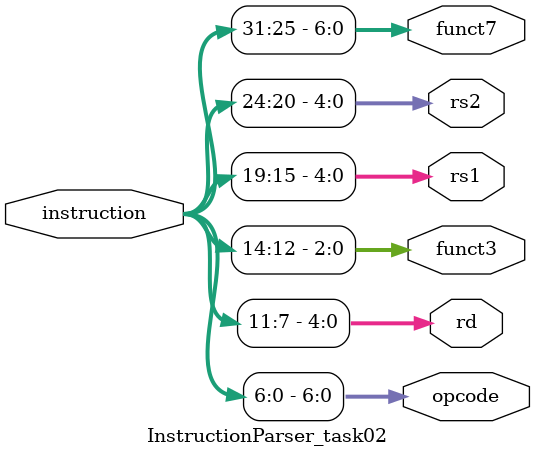
<source format=v>
`timescale 1ns / 1ps

module InstructionParser_task02(
    input [31:0] instruction,    // 32-bit instruction input
    output [6:0] opcode,         // 7-bit opcode output
    output [4:0] rd,             // 5-bit rd output
    output [2:0] funct3,         // 3-bit funct3 output
    output [4:0] rs1,            // 5-bit rs1 output
    output [4:0] rs2,            // 5-bit rs2 output
    output [6:0] funct7          // 7-bit funct7 output
    );
    
    assign opcode = instruction[6:0];    // Extract opcode
    assign rd = instruction[11:7];       // Extract rd
    assign funct3 = instruction[14:12];  // Extract funct3
    assign rs1 = instruction[19:15];     // Extract rs1
    assign rs2 = instruction[24:20];     // Extract rs2
    assign funct7 = instruction[31:25];  // Extract funct7
endmodule

</source>
